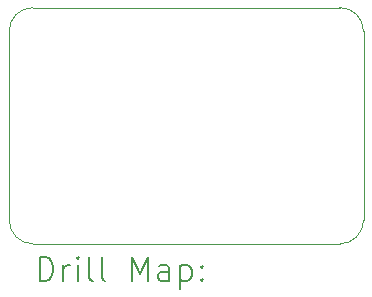
<source format=gbr>
%TF.GenerationSoftware,KiCad,Pcbnew,9.0.2-9.0.2-0~ubuntu24.04.1*%
%TF.CreationDate,2025-06-11T11:14:06+02:00*%
%TF.ProjectId,Conn_Ruban_Pixels,436f6e6e-5f52-4756-9261-6e5f50697865,rev?*%
%TF.SameCoordinates,Original*%
%TF.FileFunction,Drillmap*%
%TF.FilePolarity,Positive*%
%FSLAX45Y45*%
G04 Gerber Fmt 4.5, Leading zero omitted, Abs format (unit mm)*
G04 Created by KiCad (PCBNEW 9.0.2-9.0.2-0~ubuntu24.04.1) date 2025-06-11 11:14:06*
%MOMM*%
%LPD*%
G01*
G04 APERTURE LIST*
%ADD10C,0.050000*%
%ADD11C,0.200000*%
G04 APERTURE END LIST*
D10*
X13200000Y-10900000D02*
X15800000Y-10900000D01*
X13000000Y-9100000D02*
G75*
G02*
X13200000Y-8900000I200000J0D01*
G01*
X13200000Y-10900000D02*
G75*
G02*
X13000000Y-10700000I0J200000D01*
G01*
X13000000Y-9100000D02*
X13000000Y-10700000D01*
X15800000Y-8900000D02*
G75*
G02*
X16000000Y-9100000I0J-200000D01*
G01*
X16000000Y-10700000D02*
G75*
G02*
X15800000Y-10900000I-200000J0D01*
G01*
X16000000Y-10700000D02*
X16000000Y-9100000D01*
X15800000Y-8900000D02*
X13200000Y-8900000D01*
D11*
X13258277Y-11213984D02*
X13258277Y-11013984D01*
X13258277Y-11013984D02*
X13305896Y-11013984D01*
X13305896Y-11013984D02*
X13334467Y-11023508D01*
X13334467Y-11023508D02*
X13353515Y-11042555D01*
X13353515Y-11042555D02*
X13363039Y-11061603D01*
X13363039Y-11061603D02*
X13372562Y-11099698D01*
X13372562Y-11099698D02*
X13372562Y-11128270D01*
X13372562Y-11128270D02*
X13363039Y-11166365D01*
X13363039Y-11166365D02*
X13353515Y-11185412D01*
X13353515Y-11185412D02*
X13334467Y-11204460D01*
X13334467Y-11204460D02*
X13305896Y-11213984D01*
X13305896Y-11213984D02*
X13258277Y-11213984D01*
X13458277Y-11213984D02*
X13458277Y-11080650D01*
X13458277Y-11118746D02*
X13467801Y-11099698D01*
X13467801Y-11099698D02*
X13477324Y-11090174D01*
X13477324Y-11090174D02*
X13496372Y-11080650D01*
X13496372Y-11080650D02*
X13515420Y-11080650D01*
X13582086Y-11213984D02*
X13582086Y-11080650D01*
X13582086Y-11013984D02*
X13572562Y-11023508D01*
X13572562Y-11023508D02*
X13582086Y-11033031D01*
X13582086Y-11033031D02*
X13591610Y-11023508D01*
X13591610Y-11023508D02*
X13582086Y-11013984D01*
X13582086Y-11013984D02*
X13582086Y-11033031D01*
X13705896Y-11213984D02*
X13686848Y-11204460D01*
X13686848Y-11204460D02*
X13677324Y-11185412D01*
X13677324Y-11185412D02*
X13677324Y-11013984D01*
X13810658Y-11213984D02*
X13791610Y-11204460D01*
X13791610Y-11204460D02*
X13782086Y-11185412D01*
X13782086Y-11185412D02*
X13782086Y-11013984D01*
X14039229Y-11213984D02*
X14039229Y-11013984D01*
X14039229Y-11013984D02*
X14105896Y-11156841D01*
X14105896Y-11156841D02*
X14172562Y-11013984D01*
X14172562Y-11013984D02*
X14172562Y-11213984D01*
X14353515Y-11213984D02*
X14353515Y-11109222D01*
X14353515Y-11109222D02*
X14343991Y-11090174D01*
X14343991Y-11090174D02*
X14324943Y-11080650D01*
X14324943Y-11080650D02*
X14286848Y-11080650D01*
X14286848Y-11080650D02*
X14267801Y-11090174D01*
X14353515Y-11204460D02*
X14334467Y-11213984D01*
X14334467Y-11213984D02*
X14286848Y-11213984D01*
X14286848Y-11213984D02*
X14267801Y-11204460D01*
X14267801Y-11204460D02*
X14258277Y-11185412D01*
X14258277Y-11185412D02*
X14258277Y-11166365D01*
X14258277Y-11166365D02*
X14267801Y-11147317D01*
X14267801Y-11147317D02*
X14286848Y-11137793D01*
X14286848Y-11137793D02*
X14334467Y-11137793D01*
X14334467Y-11137793D02*
X14353515Y-11128270D01*
X14448753Y-11080650D02*
X14448753Y-11280650D01*
X14448753Y-11090174D02*
X14467801Y-11080650D01*
X14467801Y-11080650D02*
X14505896Y-11080650D01*
X14505896Y-11080650D02*
X14524943Y-11090174D01*
X14524943Y-11090174D02*
X14534467Y-11099698D01*
X14534467Y-11099698D02*
X14543991Y-11118746D01*
X14543991Y-11118746D02*
X14543991Y-11175889D01*
X14543991Y-11175889D02*
X14534467Y-11194936D01*
X14534467Y-11194936D02*
X14524943Y-11204460D01*
X14524943Y-11204460D02*
X14505896Y-11213984D01*
X14505896Y-11213984D02*
X14467801Y-11213984D01*
X14467801Y-11213984D02*
X14448753Y-11204460D01*
X14629705Y-11194936D02*
X14639229Y-11204460D01*
X14639229Y-11204460D02*
X14629705Y-11213984D01*
X14629705Y-11213984D02*
X14620182Y-11204460D01*
X14620182Y-11204460D02*
X14629705Y-11194936D01*
X14629705Y-11194936D02*
X14629705Y-11213984D01*
X14629705Y-11090174D02*
X14639229Y-11099698D01*
X14639229Y-11099698D02*
X14629705Y-11109222D01*
X14629705Y-11109222D02*
X14620182Y-11099698D01*
X14620182Y-11099698D02*
X14629705Y-11090174D01*
X14629705Y-11090174D02*
X14629705Y-11109222D01*
M02*

</source>
